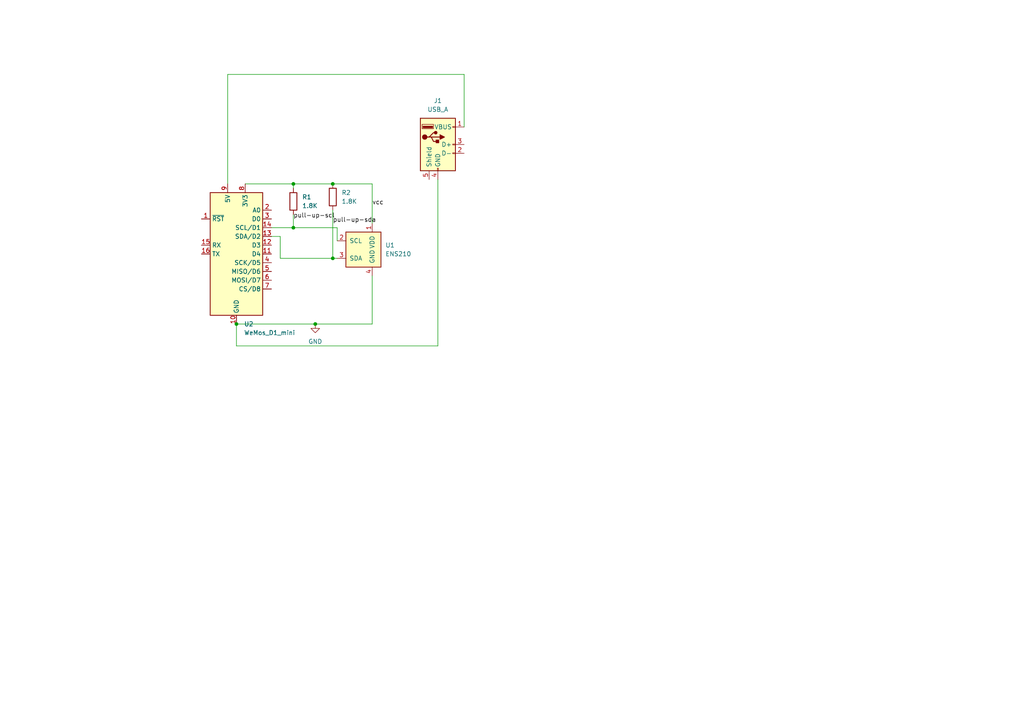
<source format=kicad_sch>
(kicad_sch (version 20231120) (generator "eeschema") (generator_version "8.0")
  (paper "A4")
  (title_block (title "Temperature Monitor"))
  (lib_symbols
    (symbol "Connector:USB_A" (pin_names (offset 1.016))
      (property "Reference" "J" (at -5.08 11.43 0))
      (property "Value" "USB_A" (at -5.08 8.89 0))
      (symbol "USB_A_0_1"
        (rectangle (start -5.08 -7.62) (end 5.08 7.62) (stroke (width 0.254)) (fill (type background)))
        (circle (center -3.81 2.159) (radius 0.635) (stroke (width 0.254)) (fill (type outline)))
        (rectangle (start -1.524 4.826) (end -4.318 5.334) (fill (type outline)))
        (rectangle (start -1.27 4.572) (end -4.572 5.842))
        (circle (center -0.635 3.429) (radius 0.381) (stroke (width 0.254)) (fill (type outline)))
        (rectangle (start -0.127 -7.62) (end 0.127 -6.858))
        (polyline (pts (xy -3.175 2.159) (xy -2.54 2.159) (xy -1.27 3.429) (xy -0.635 3.429)) (stroke (width 0.254)))
        (polyline (pts (xy -2.54 2.159) (xy -1.905 2.159) (xy -1.27 0.889) (xy 0 0.889)) (stroke (width 0.254)))
        (polyline (pts (xy 0.635 2.794) (xy 0.635 1.524) (xy 1.905 2.159) (xy 0.635 2.794)) (stroke (width 0.254)) (fill (type outline)))
        (rectangle (start 0.254 1.27) (end -0.508 0.508) (stroke (width 0.254)) (fill (type outline)))
        (rectangle (start 5.08 -2.667) (end 4.318 -2.413))
        (rectangle (start 5.08 -0.127) (end 4.318 0.127))
        (rectangle (start 5.08 4.953) (end 4.318 5.207))
      )
      (symbol "USB_A_1_1"
        (polyline (pts (xy -1.905 2.159) (xy 0.635 2.159)) (stroke (width 0.254)))
        (pin power_in line (at 7.62 5.08 180) (length 2.54) (name "VBUS") (number "1"))
        (pin bidirectional line (at 7.62 -2.54 180) (length 2.54) (name "D-") (number "2"))
        (pin bidirectional line (at 7.62 0 180) (length 2.54) (name "D+") (number "3"))
        (pin power_in line (at 0 -10.16 90) (length 2.54) (name "GND") (number "4"))
        (pin passive line (at -2.54 -10.16 90) (length 2.54) (name "Shield") (number "5"))
      )
    )
    (symbol "Device:R" (pin_numbers hide) (pin_names (offset 0))
      (property "Reference" "R" (at 2.032 0 90))
      (property "Value" "R" (at 0 0 90))
      (symbol "R_0_1"
        (rectangle (start -1.016 -2.54) (end 1.016 2.54) (stroke (width 0.254)))
      )
      (symbol "R_1_1"
        (pin passive line (at 0 3.81 270) (length 1.27) (name "~") (number "1"))
        (pin passive line (at 0 -3.81 90) (length 1.27) (name "~") (number "2"))
      )
    )
    (symbol "MCU_Module:WeMos_D1_mini"
      (property "Reference" "U" (at 3.81 19.05 0))
      (property "Value" "WeMos_D1_mini" (at 1.27 -19.05 0))
      (symbol "WeMos_D1_mini_1_1"
        (rectangle (start -7.62 17.78) (end 7.62 -17.78) (stroke (width 0.254)) (fill (type background)))
        (pin input line (at -10.16 10.16 0) (length 2.54) (name "~{RST}") (number "1"))
        (pin power_in line (at 0 -20.32 90) (length 2.54) (name "GND") (number "10"))
        (pin bidirectional line (at 10.16 0 180) (length 2.54) (name "D4") (number "11"))
        (pin bidirectional line (at 10.16 2.54 180) (length 2.54) (name "D3") (number "12"))
        (pin bidirectional line (at 10.16 5.08 180) (length 2.54) (name "SDA/D2") (number "13"))
        (pin bidirectional line (at 10.16 7.62 180) (length 2.54) (name "SCL/D1") (number "14"))
        (pin input line (at -10.16 2.54 0) (length 2.54) (name "RX") (number "15"))
        (pin output line (at -10.16 0 0) (length 2.54) (name "TX") (number "16"))
        (pin input line (at 10.16 12.7 180) (length 2.54) (name "A0") (number "2"))
        (pin bidirectional line (at 10.16 10.16 180) (length 2.54) (name "D0") (number "3"))
        (pin bidirectional line (at 10.16 -2.54 180) (length 2.54) (name "SCK/D5") (number "4"))
        (pin bidirectional line (at 10.16 -5.08 180) (length 2.54) (name "MISO/D6") (number "5"))
        (pin bidirectional line (at 10.16 -7.62 180) (length 2.54) (name "MOSI/D7") (number "6"))
        (pin bidirectional line (at 10.16 -10.16 180) (length 2.54) (name "CS/D8") (number "7"))
        (pin power_out line (at 2.54 20.32 270) (length 2.54) (name "3V3") (number "8"))
        (pin power_in line (at -2.54 20.32 270) (length 2.54) (name "5V") (number "9"))
      )
    )
    (symbol "Sensor_Humidity:ENS210" (pin_names (offset 1.016))
      (property "Reference" "U" (at -7.62 10.16 0))
      (property "Value" "ENS210" (at -7.62 7.62 0))
      (symbol "ENS210_0_1"
        (rectangle (start -5.08 5.08) (end 5.08 -5.08) (stroke (width 0.254)) (fill (type background)))
      )
      (symbol "ENS210_1_1"
        (pin power_in line (at 2.54 7.62 270) (length 2.54) (name "VDD") (number "1"))
        (pin input line (at -7.62 2.54 0) (length 2.54) (name "SCL") (number "2"))
        (pin bidirectional line (at -7.62 -2.54 0) (length 2.54) (name "SDA") (number "3"))
        (pin power_in line (at 2.54 -7.62 90) (length 2.54) (name "GND") (number "4"))
        (pin passive line (at 2.54 -7.62 90) (length 2.54) hide (name "GND") (number "5"))
      )
    )
    (symbol "power:GND" (power) (pin_numbers hide) (pin_names (offset 0) hide)
      (property "Value" "GND" (at 0 -3.81 0))
      (symbol "GND_0_1"
        (polyline (pts (xy 0 0) (xy 0 -1.27) (xy 1.27 -1.27) (xy 0 -2.54) (xy -1.27 -1.27) (xy 0 -1.27)))
      )
      (symbol "GND_1_1"
        (pin power_in line (at 0 0 270) (length 0) (name "~") (number "1"))
      )
    )
  )
  (junction (at 85.09 53.34))
  (junction (at 96.52 53.34))
  (junction (at 91.44 93.98))
  (junction (at 85.09 66.04))
  (junction (at 96.52 74.93))
  (junction (at 68.58 93.98))
  (wire (pts (xy 91.44 93.98) (xy 68.58 93.98)))
  (wire (pts (xy 85.09 53.34) (xy 85.09 54.61)))
  (wire (pts (xy 134.62 21.59) (xy 66.04 21.59)))
  (wire (pts (xy 71.12 53.34) (xy 85.09 53.34)))
  (wire (pts (xy 127 52.07) (xy 127 100.33)))
  (wire (pts (xy 81.28 74.93) (xy 96.52 74.93)))
  (wire (pts (xy 107.95 80.01) (xy 107.95 93.98)))
  (wire (pts (xy 107.95 53.34) (xy 107.95 64.77)))
  (wire (pts (xy 134.62 36.83) (xy 134.62 21.59)))
  (wire (pts (xy 96.52 60.96) (xy 96.52 74.93)))
  (wire (pts (xy 107.95 93.98) (xy 91.44 93.98)))
  (wire (pts (xy 68.58 100.33) (xy 68.58 93.98)))
  (wire (pts (xy 97.79 66.04) (xy 85.09 66.04)))
  (wire (pts (xy 97.79 74.93) (xy 96.52 74.93)))
  (wire (pts (xy 81.28 74.93) (xy 81.28 68.58)))
  (wire (pts (xy 85.09 66.04) (xy 78.74 66.04)))
  (wire (pts (xy 96.52 53.34) (xy 107.95 53.34)))
  (wire (pts (xy 66.04 21.59) (xy 66.04 53.34)))
  (wire (pts (xy 127 100.33) (xy 68.58 100.33)))
  (wire (pts (xy 85.09 62.23) (xy 85.09 66.04)))
  (wire (pts (xy 97.79 69.85) (xy 97.79 66.04)))
  (wire (pts (xy 81.28 68.58) (xy 78.74 68.58)))
  (wire (pts (xy 96.52 53.34) (xy 85.09 53.34)))
  (label "vcc" (at 107.95 59.69 0))
  (label "pull-up-scl" (at 85.09 63.5 0))
  (label "pull-up-sda" (at 96.52 64.77 0))
  (symbol (lib_id "Device:R") (at 85.09 58.42 0) (unit 1)
    (property "Reference" "R1" (at 87.63 57.1499 0) (effects (justify left)))
    (property "Value" "1.8K" (at 87.63 59.6899 0) (effects (justify left)))
    (property "Footprint" "Resistor_THT:R_Axial_DIN0309_L9.0mm_D3.2mm_P12.70mm_Horizontal" (effects (hide yes)))
    (property "Description" "Resistor" (effects (hide yes)))
  )
  (symbol (lib_id "Connector:USB_A") (at 127 41.91 0) (unit 1)
    (property "Reference" "J1" (at 127 29.21 0))
    (property "Value" "USB_A" (at 127 31.75 0))
    (property "Footprint" "Connector_USB:USB_A_Receptacle_GCT_USB1046" (effects (hide yes)))
    (property "Description" "USB Type A connector" (effects (hide yes)))
  )
  (symbol (lib_id "Device:R") (at 96.52 57.15 0) (unit 1)
    (property "Reference" "R2" (at 99.06 55.8799 0) (effects (justify left)))
    (property "Value" "1.8K" (at 99.06 58.4199 0) (effects (justify left)))
    (property "Footprint" "Resistor_THT:R_Axial_DIN0309_L9.0mm_D3.2mm_P12.70mm_Horizontal" (effects (hide yes)))
    (property "Description" "Resistor" (effects (hide yes)))
  )
  (symbol (lib_id "MCU_Module:WeMos_D1_mini") (at 68.58 73.66 0) (unit 1)
    (property "Reference" "U2" (at 70.7741 93.98 0) (effects (justify left)))
    (property "Value" "WeMos_D1_mini" (at 70.7741 96.52 0) (effects (justify left)))
    (property "Footprint" "Module:WEMOS_D1_mini_light" (effects (hide yes)))
    (property "Datasheet" "https://wiki.wemos.cc/products:d1:d1_mini#documentation" (effects (hide yes)))
    (property "Description" "32-bit microcontroller module with WiFi" (effects (hide yes)))
  )
  (symbol (lib_id "Sensor_Humidity:ENS210") (at 105.41 72.39 0) (unit 1)
    (property "Reference" "U1" (at 111.76 71.1199 0) (effects (justify left)))
    (property "Value" "ENS210" (at 111.76 73.6599 0) (effects (justify left)))
    (property "Footprint" "Package_DFN_QFN:AMS_QFN-4-1EP_2x2mm_P0.95mm_EP0.7x1.6mm" (effects (hide yes)))
    (property "Datasheet" "http://ams.com/eng/Products/Environmental-Sensors/Relative-Humidity-and-Temperature-Sensors/ENS210" (effects (hide yes)))
    (property "Description" "Relative Humidity and Temperature Sensor with I2C Interface" (effects (hide yes)))
  )
  (symbol (lib_id "power:GND") (at 91.44 93.98 0) (unit 1)
    (property "Reference" "#PWR01" (effects (hide yes)))
    (property "Value" "GND" (at 91.44 99.06 0))
    (property "Description" "Power symbol creates a global label with name \"GND\" , ground" (effects (hide yes)))
  )
)
</source>
